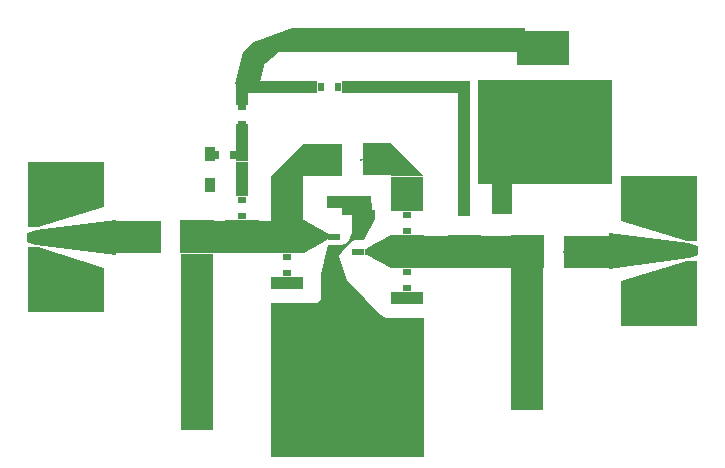
<source format=gbr>
G04 ===== Begin FILE IDENTIFICATION =====*
G04 File Format:  Gerber RS274X*
G04 ===== End FILE IDENTIFICATION =====*
%FSLAX55Y55*%
%MOIN*%
%SFA1.0000B1.0000*%
%OFA0.0B0.0*%
%ADD14C,0.001969*%
%ADD15R,0.039370X0.078740*%
%ADD16R,0.098425X0.039370*%
%ADD17R,0.078740X0.039370*%
%ADD18R,0.151181X0.042520*%
%ADD19R,0.035433X0.047244*%
%ADD20R,0.031496X0.051181*%
%ADD21R,0.039000X0.024000*%
%ADD22R,0.039000X0.035000*%
%ADD23R,0.011644X0.023289*%
%ADD24R,0.039370X0.098425*%
%ADD25R,0.010919X0.023744*%
%ADD26R,0.173228X0.114173*%
%ADD27R,0.448819X0.346457*%
%ADD28R,0.066929X0.110236*%
%ADD29R,0.110906X0.145669*%
%ADD30R,0.027559X0.023622*%
%ADD31R,0.015748X0.007874*%
%ADD32C,0.013780*%
%ADD33R,0.039370X0.118110*%
%ADD34R,0.196850X0.039370*%
%ADD35R,0.023622X0.027559*%
%ADD36R,0.039370X0.374016*%
%ADD37R,0.110906X0.472441*%
%ADD38R,0.110906X0.118110*%
%ADD39R,0.094488X0.110906*%
%ADD40R,0.007874X0.015748*%
%ADD41R,0.157480X0.110906*%
%ADD42R,0.098425X0.110906*%
%ADD43R,0.078740X0.110906*%
%ADD44R,0.039370X0.110906*%
%ADD45R,0.110906X0.039370*%
%ADD46C,0.039370*%
%ADD47R,0.354331X0.039370*%
%ADD48R,0.127165X0.110906*%
%ADD49R,0.110906X0.590551*%
%ADD50C,0.078740*%
%LNcond*%
%IPPOS*%
%LPD*%
G75*
G36*
G01X56846Y-42038D02*
G01X54343Y-51488D01*
G01X54305Y-60063D01*
G01X53108Y-61340D01*
G01X37864Y-61420D01*
G01X37750Y-112599D01*
G01X88803D01*
G01Y-66348D01*
G01X75934D01*
G01X74337Y-65151D01*
G01X69150Y-59864D01*
G01X63124Y-53630D01*
G01X60071Y-44899D01*
G01X56579Y-42205D01*
G01X56846Y-42038D01*
G37*
D14*
G01X67644Y-13500D02*
G01Y-13510D01*
G01X67329D01*
G01Y-13500D01*
D15*
X101969Y8661D03*
D16*
X66305Y-29888D03*
D17*
X100000Y10630D03*
D18*
X63667Y-27762D03*
G36*
G01X64843Y-40330D02*
G01X64740Y-30403D01*
G01X72398D01*
G01Y-33238D01*
G01X68704Y-40324D01*
G01X64844Y-40338D01*
G01X64837Y-40104D01*
G01X64843Y-40330D01*
G37*
G36*
G01X60594Y-45431D02*
G01X61894Y-43436D01*
G01X64657Y-40785D01*
G01X65691Y-40293D01*
G01X65712Y-37958D01*
G01X64859D01*
G01X63736Y-40423D01*
G01X62389Y-41621D01*
G01X60594Y-41999D01*
G01X60574Y-45431D01*
G01X60594D01*
G37*
D15*
X27953Y8661D03*
D14*
G01X67644Y-13431D02*
G01X67329D01*
G01Y-13500D01*
D19*
X17520Y-11811D03*
Y-22047D03*
D20*
X112598Y-28543D03*
D14*
G01X67298Y-13500D02*
G01Y-13418D01*
G01X67338D01*
G01Y-13422D01*
G01X67336D01*
G01Y-13429D01*
G01X67297D01*
G01Y-13500D01*
G01X67298D01*
D21*
X66768Y-44264D03*
X58734Y-39186D03*
D22*
X58668Y-43714D03*
D23*
X56446Y-39137D03*
D14*
G01X67298Y-13500D02*
G01X67329D01*
D21*
X66768Y-39164D03*
D14*
G01X67653Y-13500D02*
G01X67644D01*
D24*
X27919Y-6530D03*
D25*
X69245Y-44230D03*
D14*
G01X67644Y-13500D02*
G01Y-13431D01*
G01X68188Y-13433D02*
G01Y-13431D01*
G01X67644D01*
D26*
X128346Y23819D03*
G36*
G01X122441Y30315D02*
G01X44824D01*
G01X31971Y25591D01*
G01X28553Y22685D01*
G01X33652Y16685D01*
G01X40424Y22441D01*
G01X122441D01*
G01Y30315D01*
G37*
G36*
G01X28459Y22195D02*
G01X25848Y11517D01*
G01X33497Y9647D01*
G01X36108Y20325D01*
G01X28459Y22195D01*
G37*
D27*
X129134Y-4331D03*
D28*
X114764Y-26378D03*
G36*
G01X179838Y-47266D02*
G01X176338D01*
G01X154338Y-54066D01*
G01Y-68966D01*
G01X179838D01*
G01Y-47266D01*
G37*
G36*
G01X179838Y-40666D02*
G01X176338D01*
G01X154338Y-33866D01*
G01Y-18966D01*
G01X179838D01*
G01Y-40666D01*
G37*
G36*
G01X150532Y-38060D02*
G01X177028Y-41467D01*
G01Y-46467D01*
G01X150532Y-49874D01*
G01Y-38060D01*
G37*
G36*
G01X180028Y-42467D02*
G01Y-45467D01*
G01X177028Y-46467D01*
G01Y-41467D01*
G01X180028Y-42467D01*
G37*
G36*
G01X-14032Y-45312D02*
G01X-40528Y-41905D01*
G01Y-36905D01*
G01X-14032Y-33498D01*
G01Y-45312D01*
G37*
G36*
G01X-43338Y-36106D02*
G01X-39838D01*
G01X-17838Y-29306D01*
G01Y-14406D01*
G01X-43338D01*
G01Y-36106D01*
G37*
G36*
G01X-43528Y-40905D02*
G01Y-37905D01*
G01X-40528Y-36905D01*
G01Y-41905D01*
G01X-43528Y-40905D01*
G37*
G36*
G01X-43338Y-42706D02*
G01X-39838D01*
G01X-17838Y-49506D01*
G01Y-64406D01*
G01X-43338D01*
G01Y-42706D01*
G37*
G36*
G01X48637Y-19046D02*
G01Y-7955D01*
G01X37547Y-19046D01*
G01X48637D01*
G37*
D29*
X43092Y-26329D03*
G36*
G01X33610Y-44703D02*
G01Y-33613D01*
G01X22519D01*
G01Y-44703D01*
G01X33610D01*
G37*
G36*
G01X48637Y-33613D02*
G01Y-44703D01*
G01X56511Y-40339D01*
G01Y-37977D01*
G01X48637Y-33613D01*
G37*
G36*
G01X37547Y-33613D02*
G01Y-44703D01*
G01X48637D01*
G01Y-33613D01*
G01X37547D01*
G37*
D30*
X43092Y-45884D03*
Y-51396D03*
D31*
Y-63207D03*
D32*
Y-62813D03*
D30*
X28064Y-32431D03*
Y-26920D03*
D33*
Y-19833D03*
G36*
G01X30033Y-9990D02*
G01X26096D01*
G01Y-13927D01*
G01X30033D01*
G01Y-9990D01*
G37*
D30*
X28064Y3856D03*
Y-1656D03*
G36*
G01X29673Y8614D02*
G01X33610D01*
G01Y12551D01*
G01X29673D01*
G01Y8614D01*
G37*
D34*
X43452Y10582D03*
D35*
X54476D03*
X59988D03*
D36*
X102147Y-13664D03*
G36*
G01X77637Y-38664D02*
G01Y-49754D01*
G01X88728D01*
G01Y-38664D01*
G01X77637D01*
G37*
D30*
X83182Y-50935D03*
Y-56447D03*
D31*
Y-68258D03*
D32*
Y-67865D03*
D37*
X123080Y-73376D03*
G36*
G01X107692Y-49754D02*
G01Y-38664D01*
G01X96602D01*
G01Y-49754D01*
G01X107692D01*
G37*
D30*
X83182Y-37483D03*
Y-31971D03*
D38*
Y-24884D03*
G36*
G01X77637Y-18979D02*
G01X88728D01*
G01X77637Y-7888D01*
G01Y-18979D01*
G37*
D39*
X72913Y-13433D03*
G36*
G01X77637Y-49754D02*
G01Y-38664D01*
G01X69763Y-43028D01*
G01Y-45390D01*
G01X77637Y-49754D01*
G37*
D35*
X19403Y-11959D03*
X24915D03*
D40*
X67717Y-38976D03*
D32*
X67323D03*
G36*
G01X117535Y-38664D02*
G01Y-49754D01*
G01X128625D01*
G01Y-38664D01*
G01X117535D01*
G37*
D14*
G01X134925Y-44406D02*
G01X135121D01*
G01Y-44012D01*
G01X134925D01*
G01Y-44406D01*

G01X135121Y-44012D01*
G01X134925D02*
G01X135121Y-44406D01*
D41*
X142995Y-44209D03*
D42*
X112614D03*
D31*
X57568Y-26048D03*
X64567Y-74409D03*
D32*
Y-74016D03*
D31*
X64173Y-93307D03*
D32*
Y-92913D03*
D43*
X92665Y-44209D03*
D44*
X35578Y-39158D03*
D45*
X43092Y-54546D03*
X83182Y-59597D03*
D31*
X124016Y19843D03*
D46*
Y20236D03*
D47*
X78885Y10582D03*
D48*
X54995Y-13500D03*
D44*
X20551Y-39158D03*
G36*
G01X7491Y-33613D02*
G01Y-44703D01*
G01X18582D01*
G01Y-33613D01*
G01X7491D01*
G37*
D41*
X-6682Y-39158D03*
D49*
X13037Y-74231D03*
D31*
X124016Y-157D03*
D46*
Y236D03*
D31*
Y9843D03*
D46*
Y10236D03*
D31*
X134016Y-157D03*
D46*
Y236D03*
D31*
Y9843D03*
D46*
Y10236D03*
D31*
Y19843D03*
D46*
Y20236D03*
D40*
X112992Y-27165D03*
D32*
X112598D03*
D40*
X112992Y-29921D03*
D32*
X112598D03*
D40*
X17717Y-20866D03*
D32*
X17323D03*
D40*
X17717Y-23228D03*
D32*
X17323D03*
D40*
Y-12992D03*
D32*
X16929D03*
D40*
X17323Y-10630D03*
D32*
X16929D03*
D40*
X66142Y-36614D03*
D32*
X65748D03*
D40*
X69685D03*
D32*
X69291D03*
D40*
X58685Y-27611D03*
D32*
X58291D03*
D40*
X69685Y-27559D03*
D32*
X69291D03*
D40*
X64567D03*
D32*
X64173D03*
D40*
X69685Y-31890D03*
D32*
X69291D03*
D40*
X66699Y-31856D03*
D32*
X66305D03*
D31*
X58325Y-43946D03*
D32*
Y-43552D03*
D31*
X56693Y-46457D03*
D32*
Y-46063D03*
D31*
X59843Y-47638D03*
D32*
Y-47244D03*
D31*
X41732Y-65354D03*
D32*
Y-64961D03*
D31*
X44094Y-65354D03*
D32*
Y-64961D03*
D31*
X81890Y-70079D03*
D32*
Y-69685D03*
D31*
X84646Y-70079D03*
D32*
Y-69685D03*
D40*
X147638Y-18504D03*
D32*
X147244D03*
D40*
X147638Y-2362D03*
D32*
X147244D03*
D31*
X40157Y-73228D03*
D32*
Y-72835D03*
D31*
X40551Y-86614D03*
D32*
Y-86220D03*
D31*
Y-99606D03*
D32*
Y-99213D03*
D31*
X86614Y-73228D03*
D32*
Y-72835D03*
D31*
Y-87008D03*
D32*
Y-86614D03*
D31*
Y-99606D03*
D32*
Y-99213D03*
D31*
Y-110236D03*
D32*
Y-109843D03*
D31*
X73228Y-110236D03*
D32*
Y-109843D03*
D31*
X54331Y-110236D03*
D32*
Y-109843D03*
D31*
X40551Y-110236D03*
D32*
Y-109843D03*
D31*
X74016Y-67717D03*
D32*
Y-67323D03*
D31*
X66142Y-60630D03*
D32*
Y-60236D03*
D31*
X52756Y-63386D03*
D32*
Y-62992D03*
D31*
X56299Y-53150D03*
D32*
Y-52756D03*
D40*
X147638Y9843D03*
D32*
X147244D03*
D40*
X109843D03*
D32*
X109449D03*
D40*
X109843Y-2756D03*
D32*
X109449D03*
D40*
Y-18504D03*
D32*
X109055D03*
D40*
X129528Y-18110D03*
D32*
X129134D03*
D40*
X156693Y-23622D03*
D32*
X156299D03*
D40*
X156693Y-27953D03*
D32*
X156299D03*
D40*
X157278Y-31985D03*
D32*
X156885D03*
D40*
X161603Y-34223D03*
D32*
X161209D03*
D40*
X165354Y-35039D03*
D32*
X164961D03*
D40*
X170203Y-36823D03*
D32*
X169809D03*
D40*
X173479Y-38122D03*
D32*
X173086D03*
D40*
X178346Y-38583D03*
D32*
X177953D03*
D40*
X169291Y-25197D03*
D50*
X168898D03*
D40*
X178346Y-49213D03*
D32*
X177953D03*
D40*
X174016Y-50000D03*
D32*
X173622D03*
D40*
X169364Y-51947D03*
D32*
X168971D03*
D40*
X165623Y-53330D03*
D32*
X165229D03*
D40*
X161209Y-54659D03*
D32*
X160815D03*
D40*
X156693Y-55512D03*
D32*
X156299D03*
D40*
X156665Y-59424D03*
D32*
X156271D03*
D40*
X157365Y-64868D03*
D32*
X156972D03*
D40*
X169291Y-62598D03*
D50*
X168898D03*
D40*
X-32792Y-20774D03*
D50*
X-32399D03*
D40*
X-32792Y-58175D03*
D50*
X-32399D03*
D40*
X-20866Y-18504D03*
D32*
X-20472D03*
D40*
X-20166Y-23948D03*
D32*
X-19772D03*
D40*
X-20194Y-27861D03*
D32*
X-19800D03*
D40*
X-24710Y-28714D03*
D32*
X-24316D03*
D40*
X-29124Y-30042D03*
D32*
X-28730D03*
D40*
X-32865Y-31425D03*
D32*
X-32471D03*
D40*
X-41847Y-44790D03*
D32*
X-41454D03*
D40*
X-36980Y-45250D03*
D32*
X-36587D03*
D40*
X-33703Y-46549D03*
D32*
X-33310D03*
D40*
X-28855Y-48333D03*
D32*
X-28462D03*
D40*
X-20194Y-59750D03*
D32*
X-19800D03*
D40*
X-20194Y-55420D03*
D32*
X-19800D03*
D40*
X-20779Y-51388D03*
D32*
X-20385D03*
D40*
X-25103Y-49149D03*
D32*
X-24710D03*
D40*
X-37517Y-33372D03*
D32*
X-37123D03*
D40*
X-41847Y-34160D03*
D32*
X-41454D03*
M02*


</source>
